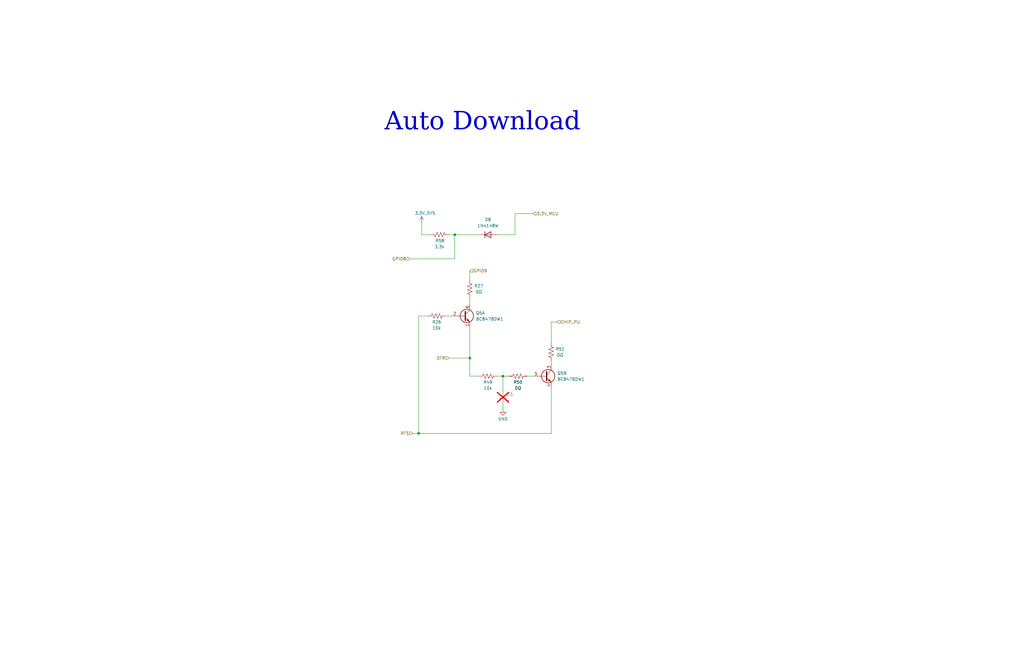
<source format=kicad_sch>
(kicad_sch (version 20231120) (generator "eeschema") (generator_version "8.0")
  (paper "B")
  (title_block (title "SCAN") (date "2025-01-23") (rev "v1.0") (company "Senior Design Group 35"))
  (lib_symbols
    (symbol "Device:C_Small" (pin_numbers hide) (pin_names (offset 0.254) hide)
      (property "Reference" "C" (at 0.254 1.778 0))
      (property "Value" "C_Small" (at 0.254 -2.032 0))
      (symbol "C_Small_0_1"
        (polyline (pts (xy -1.524 -0.508) (xy 1.524 -0.508)) (stroke (width 0.3302)))
        (polyline (pts (xy -1.524 0.508) (xy 1.524 0.508)) (stroke (width 0.3048)))
      )
      (symbol "C_Small_1_1"
        (pin passive line (at 0 2.54 270) (length 2.032) (name "~") (number "1"))
        (pin passive line (at 0 -2.54 90) (length 2.032) (name "~") (number "2"))
      )
    )
    (symbol "Device:R_US" (pin_numbers hide) (pin_names (offset 0))
      (property "Reference" "R" (at 2.54 0 90))
      (property "Value" "R_US" (at -2.54 0 90))
      (symbol "R_US_0_1"
        (polyline (pts (xy 0 -2.286) (xy 0 -2.54)))
        (polyline (pts (xy 0 2.286) (xy 0 2.54)))
        (polyline (pts (xy 0 -0.762) (xy 1.016 -1.143) (xy 0 -1.524) (xy -1.016 -1.905) (xy 0 -2.286)))
        (polyline (pts (xy 0 0.762) (xy 1.016 0.381) (xy 0 0) (xy -1.016 -0.381) (xy 0 -0.762)))
        (polyline (pts (xy 0 2.286) (xy 1.016 1.905) (xy 0 1.524) (xy -1.016 1.143) (xy 0 0.762)))
      )
      (symbol "R_US_1_1"
        (pin passive line (at 0 3.81 270) (length 1.27) (name "~") (number "1"))
        (pin passive line (at 0 -3.81 90) (length 1.27) (name "~") (number "2"))
      )
    )
    (symbol "Diode:1N4148W" (pin_numbers hide) (pin_names hide)
      (property "Reference" "D" (at 0 2.54 0))
      (property "Value" "1N4148W" (at 0 -2.54 0))
      (symbol "1N4148W_0_1"
        (polyline (pts (xy -1.27 1.27) (xy -1.27 -1.27)) (stroke (width 0.254)))
        (polyline (pts (xy 1.27 0) (xy -1.27 0)))
        (polyline (pts (xy 1.27 1.27) (xy 1.27 -1.27) (xy -1.27 0) (xy 1.27 1.27)) (stroke (width 0.254)))
      )
      (symbol "1N4148W_1_1"
        (pin passive line (at -3.81 0 0) (length 2.54) (name "K") (number "1"))
        (pin passive line (at 3.81 0 180) (length 2.54) (name "A") (number "2"))
      )
    )
    (symbol "Transistor_BJT:BC847BDW1" (pin_names (offset 0) hide)
      (property "Reference" "Q" (at 5.08 1.27 0))
      (property "Value" "BC847BDW1" (at 5.08 -1.27 0))
      (symbol "BC847BDW1_0_1"
        (polyline (pts (xy 0.635 0) (xy -2.54 0)))
        (polyline (pts (xy 0.635 0.635) (xy 2.54 2.54)))
        (polyline (pts (xy 0.635 -0.635) (xy 2.54 -2.54) (xy 2.54 -2.54)))
        (polyline (pts (xy 0.635 1.905) (xy 0.635 -1.905) (xy 0.635 -1.905)) (stroke (width 0.508)))
        (polyline (pts (xy 1.27 -1.778) (xy 1.778 -1.27) (xy 2.286 -2.286) (xy 1.27 -1.778) (xy 1.27 -1.778)) (fill (type outline)))
        (circle (center 1.27 0) (radius 2.8194) (stroke (width 0.254)))
      )
      (symbol "BC847BDW1_1_1"
        (pin passive line (at 2.54 -5.08 90) (length 2.54) (name "E1") (number "1"))
        (pin input line (at -5.08 0 0) (length 2.54) (name "B1") (number "2"))
        (pin passive line (at 2.54 5.08 270) (length 2.54) (name "C1") (number "6"))
      )
      (symbol "BC847BDW1_2_1"
        (pin passive line (at 2.54 5.08 270) (length 2.54) (name "C2") (number "3"))
        (pin passive line (at 2.54 -5.08 90) (length 2.54) (name "E2") (number "4"))
        (pin input line (at -5.08 0 0) (length 2.54) (name "B2") (number "5"))
      )
    )
    (symbol "power:+3.3V" (power) (pin_numbers hide) (pin_names (offset 0) hide)
      (property "Value" "+3.3V" (at 0 3.556 0))
      (symbol "+3.3V_0_1"
        (polyline (pts (xy -0.762 1.27) (xy 0 2.54)))
        (polyline (pts (xy 0 0) (xy 0 2.54)))
        (polyline (pts (xy 0 2.54) (xy 0.762 1.27)))
      )
      (symbol "+3.3V_1_1"
        (pin power_in line (at 0 0 90) (length 0) (name "~") (number "1"))
      )
    )
    (symbol "power:GND" (power) (pin_numbers hide) (pin_names (offset 0) hide)
      (property "Value" "GND" (at 0 -3.81 0))
      (symbol "GND_0_1"
        (polyline (pts (xy 0 0) (xy 0 -1.27) (xy 1.27 -1.27) (xy 0 -2.54) (xy -1.27 -1.27) (xy 0 -1.27)))
      )
      (symbol "GND_1_1"
        (pin power_in line (at 0 0 270) (length 0) (name "~") (number "1"))
      )
    )
  )
  (junction (at 176.53 182.88))
  (junction (at 191.77 99.06))
  (junction (at 212.09 158.75))
  (junction (at 198.12 151.13))
  (wire (pts (xy 187.96 133.35) (xy 190.5 133.35)))
  (wire (pts (xy 176.53 133.35) (xy 180.34 133.35)))
  (wire (pts (xy 217.17 99.06) (xy 217.17 90.17)))
  (wire (pts (xy 181.61 99.06) (xy 177.8 99.06)))
  (wire (pts (xy 217.17 90.17) (xy 224.79 90.17)))
  (wire (pts (xy 209.55 99.06) (xy 217.17 99.06)))
  (wire (pts (xy 173.99 182.88) (xy 176.53 182.88)))
  (wire (pts (xy 189.23 99.06) (xy 191.77 99.06)))
  (wire (pts (xy 212.09 158.75) (xy 214.63 158.75)))
  (wire (pts (xy 198.12 125.73) (xy 198.12 128.27)))
  (wire (pts (xy 198.12 114.3) (xy 198.12 118.11)))
  (wire (pts (xy 191.77 109.22) (xy 191.77 99.06)))
  (wire (pts (xy 198.12 151.13) (xy 189.23 151.13)))
  (wire (pts (xy 232.41 163.83) (xy 232.41 182.88)))
  (wire (pts (xy 222.25 158.75) (xy 224.79 158.75)))
  (wire (pts (xy 191.77 99.06) (xy 201.93 99.06)))
  (wire (pts (xy 232.41 152.4) (xy 232.41 153.67)))
  (wire (pts (xy 212.09 170.18) (xy 212.09 172.72)))
  (wire (pts (xy 177.8 99.06) (xy 177.8 93.98)))
  (wire (pts (xy 209.55 158.75) (xy 212.09 158.75)))
  (wire (pts (xy 212.09 158.75) (xy 212.09 165.1)))
  (wire (pts (xy 176.53 182.88) (xy 232.41 182.88)))
  (wire (pts (xy 232.41 144.78) (xy 232.41 135.89)))
  (wire (pts (xy 232.41 135.89) (xy 234.95 135.89)))
  (wire (pts (xy 198.12 138.43) (xy 198.12 151.13)))
  (wire (pts (xy 172.72 109.22) (xy 191.77 109.22)))
  (wire (pts (xy 176.53 133.35) (xy 176.53 182.88)))
  (wire (pts (xy 201.93 158.75) (xy 198.12 158.75)))
  (wire (pts (xy 198.12 158.75) (xy 198.12 151.13)))
  (text "Auto Download" (at 203.454 53.594 0) (effects (font (size 7.62 7.62) (thickness 0.9525))))
  (hierarchical_label "DTR" (shape input) (at 189.23 151.13 180))
  (hierarchical_label "GPIO8" (shape input) (at 172.72 109.22 180))
  (hierarchical_label "GPIO9" (shape input) (at 198.12 114.3 0))
  (hierarchical_label "RTS" (shape input) (at 173.99 182.88 180))
  (hierarchical_label "3.3V_MCU" (shape input) (at 224.79 90.17 0))
  (hierarchical_label "CHIP_PU" (shape input) (at 234.95 135.89 0))
  (symbol (lib_id "Transistor_BJT:BC847BDW1") (at 195.58 133.35 0) (unit 1)
    (property "Reference" "Q5" (at 200.66 132.0799 0) (effects (justify left)))
    (property "Value" "BC847BDW1" (at 200.66 134.6199 0) (effects (justify left)))
    (property "Footprint" "Package_TO_SOT_SMD:SOT-363_SC-70-6" (effects (hide yes)))
    (property "Datasheet" "http://www.onsemi.com/pub_link/Collateral/BC846BDW1T1-D.PDF" (effects (hide yes)))
    (property "Description" "100mA IC, 45V Vce, Dual NPN/NPN Transistors, SOT-363" (effects (hide yes)))
  )
  (symbol (lib_id "power:GND") (at 212.09 172.72 0) (unit 1)
    (property "Reference" "#PWR09" (effects (hide yes)))
    (property "Value" "GND" (at 212.09 176.784 0))
    (property "Description" "Power symbol creates a global label with name \"GND\" , ground" (effects (hide yes)))
  )
  (symbol (lib_id "Diode:1N4148W") (at 205.74 99.06 0) (unit 1)
    (property "Reference" "D8" (at 205.74 92.71 0))
    (property "Value" "1N4148W" (at 205.74 95.25 0))
    (property "Footprint" "Diode_SMD:D_SOD-123" (effects (hide yes)))
    (property "Datasheet" "https://www.vishay.com/docs/85748/1n4148w.pdf" (effects (hide yes)))
    (property "Description" "75V 0.15A Fast Switching Diode, SOD-123" (effects (hide yes)))
    (property "Sim.Device" "D" (effects (hide yes)))
    (property "Sim.Pins" "1=K 2=A" (effects (hide yes)))
  )
  (symbol (lib_id "Device:R_US") (at 185.42 99.06 90) (mirror x) (unit 1)
    (property "Reference" "R58" (at 187.452 101.6 90) (effects (justify left)))
    (property "Value" "3.3k" (at 187.452 104.14 90) (effects (justify left)))
    (property "Description" "1%" (effects (hide yes)))
  )
  (symbol (lib_id "Device:R_US") (at 218.44 158.75 90) (unit 1)
    (property "Reference" "R50" (at 218.44 161.29 90))
    (property "Value" "0Ω" (at 218.44 163.83 90))
    (property "Description" "1%" (effects (hide yes)))
  )
  (symbol (lib_id "Device:C_Small") (at 212.09 167.64 0) (unit 1) (dnp yes)
    (property "Reference" "C1" (at 213.868 166.37 0) (effects (justify left)))
    (property "Value" "~" (at 213.868 168.91 0) (effects (justify left)))
    (property "Description" "16V, X7R" (effects (hide yes)))
  )
  (symbol (lib_id "Transistor_BJT:BC847BDW1") (at 229.87 158.75 0) (unit 2)
    (property "Reference" "Q5" (at 234.95 157.4799 0) (effects (justify left)))
    (property "Value" "BC847BDW1" (at 234.95 160.0199 0) (effects (justify left)))
    (property "Footprint" "Package_TO_SOT_SMD:SOT-363_SC-70-6" (effects (hide yes)))
    (property "Datasheet" "http://www.onsemi.com/pub_link/Collateral/BC846BDW1T1-D.PDF" (effects (hide yes)))
    (property "Description" "100mA IC, 45V Vce, Dual NPN/NPN Transistors, SOT-363" (effects (hide yes)))
  )
  (symbol (lib_id "Device:R_US") (at 184.15 133.35 90) (unit 1)
    (property "Reference" "R26" (at 184.15 135.89 90))
    (property "Value" "10k" (at 184.15 138.43 90))
    (property "Description" "1%" (effects (hide yes)))
  )
  (symbol (lib_id "Device:R_US") (at 198.12 121.92 180) (unit 1)
    (property "Reference" "R27" (at 201.93 120.65 0))
    (property "Value" "0Ω" (at 201.93 123.19 0))
    (property "Description" "1%" (effects (hide yes)))
  )
  (symbol (lib_id "power:+3.3V") (at 177.8 93.98 0) (mirror y) (unit 1)
    (property "Reference" "#PWR051" (effects (hide yes)))
    (property "Value" "3.3V_SYS" (at 183.642 89.916 0) (effects (justify left)))
    (property "Description" "Power symbol creates a global label with name \"+3.3V\"" (effects (hide yes)))
  )
  (symbol (lib_id "Device:R_US") (at 232.41 148.59 180) (unit 1)
    (property "Reference" "R51" (at 236.22 147.32 0))
    (property "Value" "0Ω" (at 236.22 149.86 0))
    (property "Description" "1%" (effects (hide yes)))
  )
  (symbol (lib_id "Device:R_US") (at 205.74 158.75 90) (unit 1)
    (property "Reference" "R49" (at 205.74 161.29 90))
    (property "Value" "10k" (at 205.74 163.83 90))
    (property "Description" "1%" (effects (hide yes)))
  )
)
</source>
